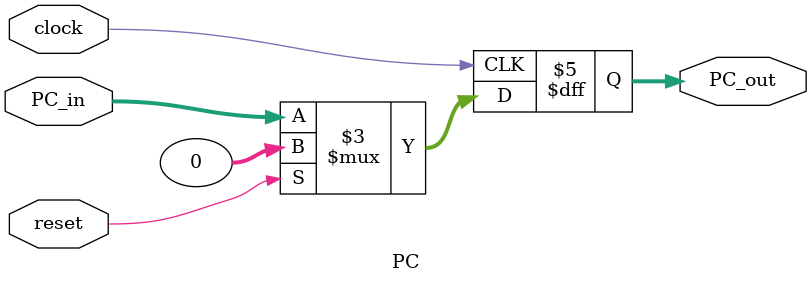
<source format=v>
module PC(reset, clock, PC_in, PC_out);
	
	input reset, clock;
	input [31:0] PC_in;
	output reg [31:0] PC_out;
	
	
	
	always @(posedge clock) begin
		if (reset)
		
		PC_out = 32'd0;
		
		else 
		 PC_out = PC_in;
		 
	end
	
	
endmodule

</source>
